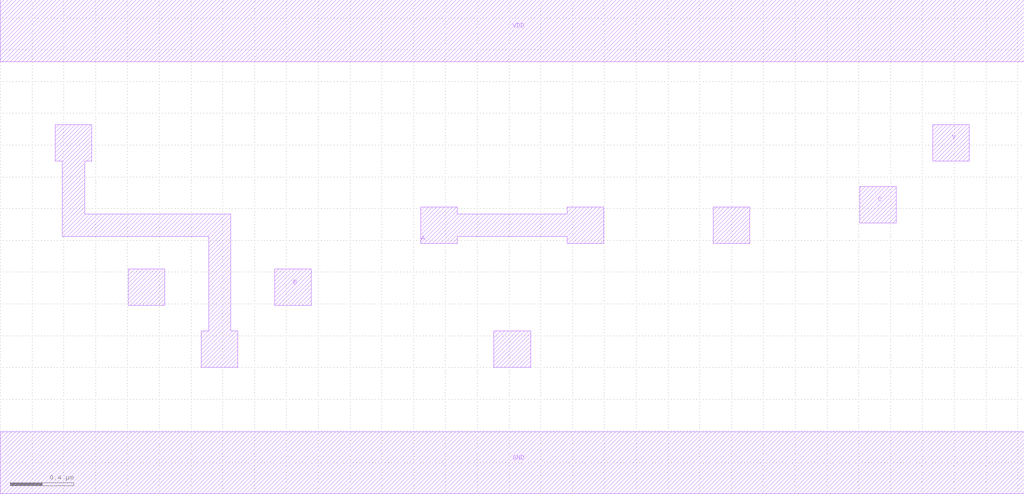
<source format=lef>
MACRO NOR3X1
 CLASS CORE ;
 ORIGIN 0 0 ;
 FOREIGN NOR3X1 0 0 ;
 SITE CORE ;
 SYMMETRY X Y R90 ;
  PIN VDD
   DIRECTION INOUT ;
   USE SIGNAL ;
   SHAPE ABUTMENT ;
    PORT
     CLASS CORE ;
       LAYER metal2 ;
        RECT 0.00000000 2.52500000 6.44000000 2.91500000 ;
    END
  END VDD

  PIN GND
   DIRECTION INOUT ;
   USE SIGNAL ;
   SHAPE ABUTMENT ;
    PORT
     CLASS CORE ;
       LAYER metal2 ;
        RECT 0.00000000 -0.19500000 6.44000000 0.19500000 ;
    END
  END GND

  PIN Y
   DIRECTION INOUT ;
   USE SIGNAL ;
   SHAPE ABUTMENT ;
    PORT
     CLASS CORE ;
       LAYER metal2 ;
        POLYGON 1.26500000 0.60000000 1.26500000 0.83000000 1.31000000 0.83000000 1.31000000 1.42500000 0.39000000 1.42500000 0.39000000 1.90000000 0.34500000 1.90000000 0.34500000 2.13000000 0.57500000 2.13000000 0.57500000 1.90000000 0.53000000 1.90000000 0.53000000 1.56500000 1.45000000 1.56500000 1.45000000 0.83000000 1.49500000 0.83000000 1.49500000 0.60000000 ;
       LAYER metal2 ;
        RECT 3.10500000 0.60000000 3.33500000 0.83000000 ;
       LAYER metal2 ;
        RECT 5.86500000 1.90000000 6.09500000 2.13000000 ;
    END
  END Y

  PIN A
   DIRECTION INOUT ;
   USE SIGNAL ;
   SHAPE ABUTMENT ;
    PORT
     CLASS CORE ;
       LAYER metal2 ;
        POLYGON 2.64500000 1.38000000 2.64500000 1.61000000 2.87500000 1.61000000 2.87500000 1.56500000 3.56500000 1.56500000 3.56500000 1.61000000 3.79500000 1.61000000 3.79500000 1.38000000 3.56500000 1.38000000 3.56500000 1.42500000 2.87500000 1.42500000 2.87500000 1.38000000 ;
    END
  END A

  PIN C
   DIRECTION INOUT ;
   USE SIGNAL ;
   SHAPE ABUTMENT ;
    PORT
     CLASS CORE ;
       LAYER metal2 ;
        RECT 0.80500000 0.99000000 1.03500000 1.22000000 ;
       LAYER metal2 ;
        RECT 5.40500000 1.51000000 5.63500000 1.74000000 ;
    END
  END C

  PIN B
   DIRECTION INOUT ;
   USE SIGNAL ;
   SHAPE ABUTMENT ;
    PORT
     CLASS CORE ;
       LAYER metal2 ;
        RECT 4.48500000 1.38000000 4.71500000 1.61000000 ;
       LAYER metal2 ;
        RECT 1.72500000 0.99000000 1.95500000 1.22000000 ;
    END
  END B


END NOR3X1

</source>
